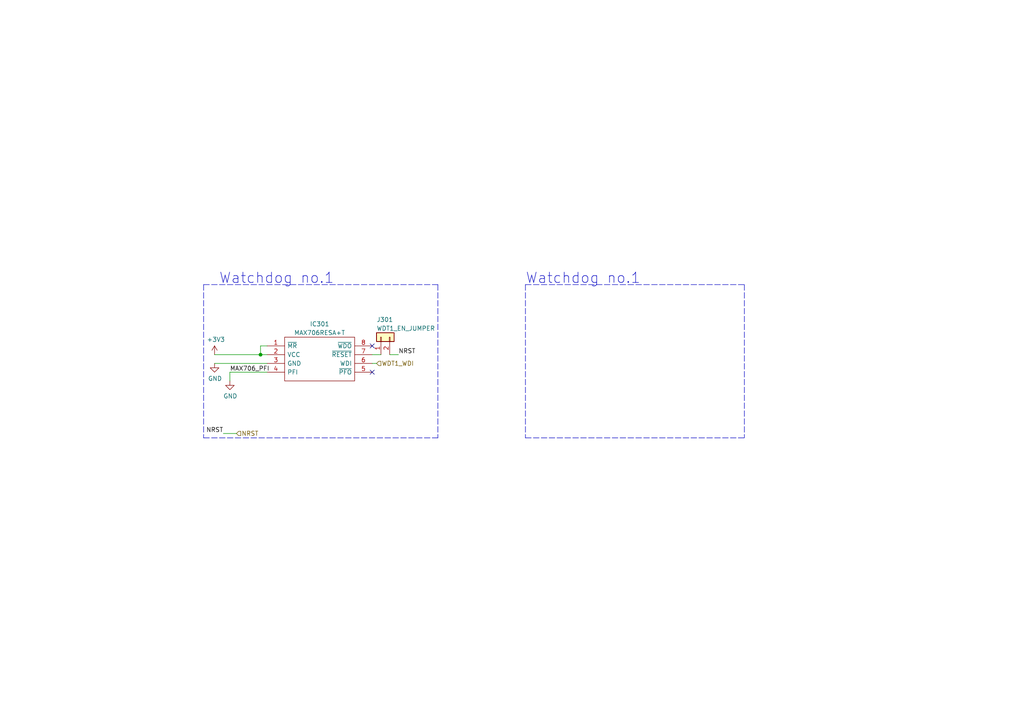
<source format=kicad_sch>
(kicad_sch (version 20211123) (generator eeschema)
  (paper "A4")
  (lib_symbols
    (symbol "Connector_Generic:Conn_01x02" (pin_names (offset 1.016) hide)
      (property "Reference" "J" (at 0 2.54 0))
      (property "Value" "Conn_01x02" (at 0 -5.08 0))
      (symbol "Conn_01x02_1_1"
        (rectangle (start -1.27 -2.413) (end 0 -2.667) (stroke (width 0.1524)))
        (rectangle (start -1.27 0.127) (end 0 -0.127) (stroke (width 0.1524)))
        (rectangle (start -1.27 1.27) (end 1.27 -3.81) (stroke (width 0.254)) (fill (type background)))
        (pin passive line (at -5.08 0 0) (length 3.81) (name "Pin_1") (number "1"))
        (pin passive line (at -5.08 -2.54 0) (length 3.81) (name "Pin_2") (number "2"))
      )
    )
    (symbol "SamacSys_Parts:MAX706RESA+T" (pin_names (offset 0.762))
      (property "Reference" "IC" (at 26.67 7.62 0))
      (property "Value" "MAX706RESA+T" (at 26.67 5.08 0))
      (symbol "MAX706RESA+T_0_0"
        (pin passive line (at 0 0 0) (length 5.08) (name "~{MR}") (number "1"))
        (pin passive line (at 0 -2.54 0) (length 5.08) (name "VCC") (number "2"))
        (pin passive line (at 0 -5.08 0) (length 5.08) (name "GND") (number "3"))
        (pin passive line (at 0 -7.62 0) (length 5.08) (name "PFI") (number "4"))
        (pin passive line (at 30.48 -7.62 180) (length 5.08) (name "~{PFO}") (number "5"))
        (pin passive line (at 30.48 -5.08 180) (length 5.08) (name "WDI") (number "6"))
        (pin passive line (at 30.48 -2.54 180) (length 5.08) (name "~{RESET}") (number "7"))
        (pin passive line (at 30.48 0 180) (length 5.08) (name "~{WDO}") (number "8"))
      )
      (symbol "MAX706RESA+T_0_1"
        (polyline (pts (xy 5.08 2.54) (xy 25.4 2.54) (xy 25.4 -10.16) (xy 5.08 -10.16) (xy 5.08 2.54)) (stroke (width 0.1524)))
      )
    )
    (symbol "power:+3.3V" (power) (pin_names (offset 0))
      (property "Value" "+3.3V" (at 0 3.556 0))
      (symbol "+3.3V_0_1"
        (polyline (pts (xy -0.762 1.27) (xy 0 2.54)))
        (polyline (pts (xy 0 0) (xy 0 2.54)))
        (polyline (pts (xy 0 2.54) (xy 0.762 1.27)))
      )
      (symbol "+3.3V_1_1"
        (pin power_in line (at 0 0 90) (length 0) hide (name "+3V3") (number "1"))
      )
    )
    (symbol "power:GND" (power) (pin_names (offset 0))
      (property "Value" "GND" (at 0 -3.81 0))
      (symbol "GND_0_1"
        (polyline (pts (xy 0 0) (xy 0 -1.27) (xy 1.27 -1.27) (xy 0 -2.54) (xy -1.27 -1.27) (xy 0 -1.27)))
      )
      (symbol "GND_1_1"
        (pin power_in line (at 0 0 270) (length 0) hide (name "GND") (number "1"))
      )
    )
  )
  (junction (at 75.565 102.87))
  (no_connect (at 107.95 107.95))
  (no_connect (at 107.95 100.33))
  (polyline (pts (xy 215.9 82.55) (xy 215.9 127)))
  (wire (pts (xy 64.77 125.73) (xy 68.58 125.73)))
  (wire (pts (xy 107.95 105.41) (xy 109.22 105.41)))
  (wire (pts (xy 75.565 102.87) (xy 77.47 102.87)))
  (wire (pts (xy 62.23 102.87) (xy 75.565 102.87)))
  (polyline (pts (xy 127 82.55) (xy 127 127)))
  (wire (pts (xy 115.57 102.87) (xy 113.03 102.87)))
  (polyline (pts (xy 152.4 82.55) (xy 215.9 82.55)))
  (wire (pts (xy 77.47 100.33) (xy 75.565 100.33)))
  (wire (pts (xy 62.23 105.41) (xy 77.47 105.41)))
  (polyline (pts (xy 59.055 82.55) (xy 127 82.55)))
  (polyline (pts (xy 59.055 127) (xy 127 127)))
  (polyline (pts (xy 59.055 82.55) (xy 59.055 127)))
  (wire (pts (xy 66.675 107.95) (xy 66.675 110.49)))
  (polyline (pts (xy 152.4 82.55) (xy 152.4 127)))
  (wire (pts (xy 110.49 102.87) (xy 107.95 102.87)))
  (polyline (pts (xy 152.4 127) (xy 215.9 127)))
  (wire (pts (xy 66.675 107.95) (xy 77.47 107.95)))
  (wire (pts (xy 75.565 100.33) (xy 75.565 102.87)))
  (text "Watchdog no.1" (at 152.4 82.55 0) (effects (font (size 3 3)) (justify left bottom)))
  (text "Watchdog no.1" (at 63.5 82.55 0) (effects (font (size 3 3)) (justify left bottom)))
  (label "NRST" (at 64.77 125.73 180))
  (label "NRST" (at 115.57 102.87 0))
  (label "MAX706_PFI" (at 66.675 107.95 0))
  (hierarchical_label "WDT1_WDI" (shape input) (at 109.22 105.41 0))
  (hierarchical_label "NRST" (shape input) (at 68.58 125.73 0))
  (symbol (lib_id "power:GND") (at 66.675 110.49 0)
    (property "Reference" "#PWR0303" (effects hide))
    (property "Value" "GND" (at 66.802 114.8842 0))
  )
  (symbol (lib_id "Connector_Generic:Conn_01x02") (at 110.49 97.79 90)
    (property "Reference" "J301" (at 109.22 92.71 90) (effects (justify right)))
    (property "Value" "WDT1_EN_JUMPER" (at 109.22 95.25 90) (effects (justify right)))
    (property "Footprint" "Connector_PinHeader_2.54mm:PinHeader_1x02_P2.54mm_Vertical" (effects hide))
  )
  (symbol (lib_id "power:GND") (at 62.23 105.41 0)
    (property "Reference" "#PWR0302" (effects hide))
    (property "Value" "GND" (at 62.357 109.8042 0))
  )
  (symbol (lib_id "power:+3.3V") (at 62.23 102.87 0)
    (property "Reference" "#PWR0301" (effects hide))
    (property "Value" "+3.3V" (at 62.611 98.4758 0))
  )
  (symbol (lib_id "SamacSys_Parts:MAX706RESA+T") (at 77.47 100.33 0)
    (property "Reference" "IC301" (at 92.71 93.98 0))
    (property "Value" "MAX706RESA+T" (at 92.71 96.52 0))
    (property "Footprint" "SamacSys_Parts:SOIC127P600X175-8N" (effects hide))
    (property "Datasheet" "https://pdfserv.maximintegrated.com/en/ds/MAX706AP-MAX708T.pdf" (effects hide))
    (property "Description" "MAXIM INTEGRATED PRODUCTS - MAX706RESA+T - MPU Supervisor, 1.2V-5.5V supply, Active-Low, Push-Pull reset, 200 ms delay/2.63V threshold, NSOIC-8" (effects hide))
    (property "Height" "1.75" (effects hide))
    (property "Manufacturer_Name" "Maxim Integrated" (effects hide))
    (property "Manufacturer_Part_Number" "MAX706RESA+T" (effects hide))
    (property "Mouser Part Number" "700-MAX706RESAT" (effects hide))
    (property "Mouser Price/Stock" "https://www.mouser.co.uk/ProductDetail/Maxim-Integrated/MAX706RESA%2bT?qs=ZlLWvsADX%2FmYLflDyxj85g%3D%3D" (effects hide))
  )
)
</source>
